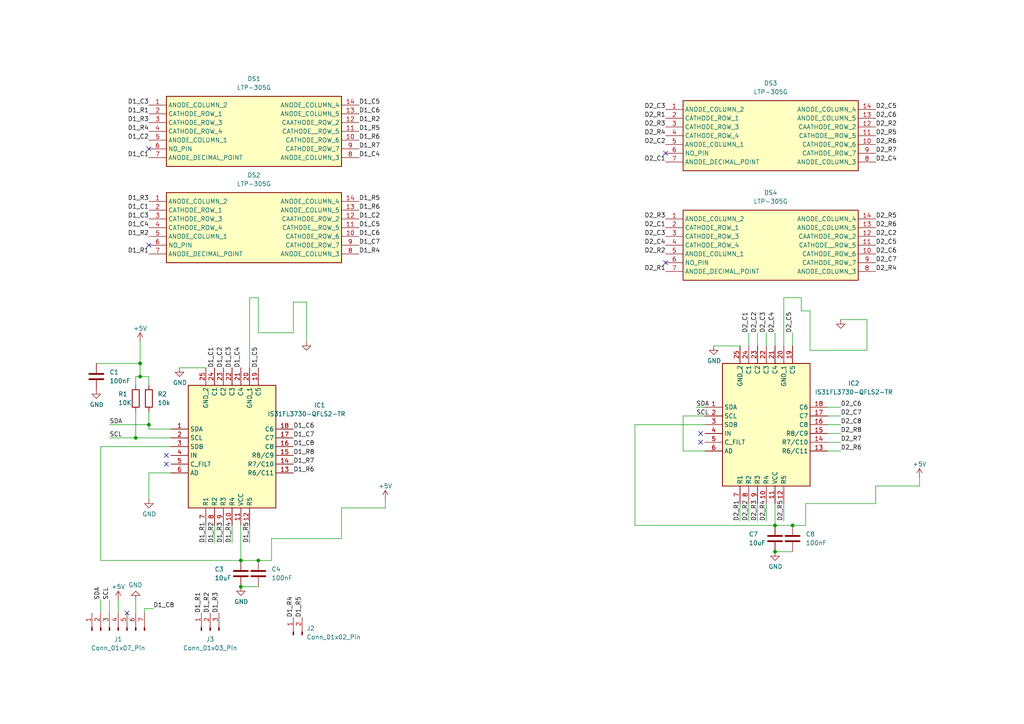
<source format=kicad_sch>
(kicad_sch (version 20250114) (generator "eeschema") (generator_version "9.0")
  (paper "A4")
  (lib_symbols
    (symbol "Connector:Conn_01x02_Pin" (pin_names (offset 1.016) (hide yes))
      (property "Reference" "J" (at 0 2.54 0))
      (property "Value" "Conn_01x02_Pin" (at 0 -5.08 0))
      (symbol "Conn_01x02_Pin_1_1"
        (rectangle (start 0.8636 0.127) (end 0 -0.127) (stroke (width 0.1524)) (fill (type outline)))
        (rectangle (start 0.8636 -2.413) (end 0 -2.667) (stroke (width 0.1524)) (fill (type outline)))
        (polyline (pts (xy 1.27 0) (xy 0.8636 0)) (stroke (width 0.1524)))
        (polyline (pts (xy 1.27 -2.54) (xy 0.8636 -2.54)) (stroke (width 0.1524)))
        (pin passive line (at 5.08 0 180) (length 3.81) (name "Pin_1") (number "1"))
        (pin passive line (at 5.08 -2.54 180) (length 3.81) (name "Pin_2") (number "2"))
      )
    )
    (symbol "Connector:Conn_01x03_Pin" (pin_names (offset 1.016) (hide yes))
      (property "Reference" "J" (at 0 5.08 0))
      (property "Value" "Conn_01x03_Pin" (at 0 -5.08 0))
      (symbol "Conn_01x03_Pin_1_1"
        (rectangle (start 0.8636 2.667) (end 0 2.413) (stroke (width 0.1524)) (fill (type outline)))
        (rectangle (start 0.8636 0.127) (end 0 -0.127) (stroke (width 0.1524)) (fill (type outline)))
        (rectangle (start 0.8636 -2.413) (end 0 -2.667) (stroke (width 0.1524)) (fill (type outline)))
        (polyline (pts (xy 1.27 2.54) (xy 0.8636 2.54)) (stroke (width 0.1524)))
        (polyline (pts (xy 1.27 0) (xy 0.8636 0)) (stroke (width 0.1524)))
        (polyline (pts (xy 1.27 -2.54) (xy 0.8636 -2.54)) (stroke (width 0.1524)))
        (pin passive line (at 5.08 2.54 180) (length 3.81) (name "Pin_1") (number "1"))
        (pin passive line (at 5.08 0 180) (length 3.81) (name "Pin_2") (number "2"))
        (pin passive line (at 5.08 -2.54 180) (length 3.81) (name "Pin_3") (number "3"))
      )
    )
    (symbol "Connector:Conn_01x07_Pin" (pin_names (offset 1.016) (hide yes))
      (property "Reference" "J" (at 0 10.16 0))
      (property "Value" "Conn_01x07_Pin" (at 0 -10.16 0))
      (symbol "Conn_01x07_Pin_1_1"
        (rectangle (start 0.8636 7.747) (end 0 7.493) (stroke (width 0.1524)) (fill (type outline)))
        (rectangle (start 0.8636 5.207) (end 0 4.953) (stroke (width 0.1524)) (fill (type outline)))
        (rectangle (start 0.8636 2.667) (end 0 2.413) (stroke (width 0.1524)) (fill (type outline)))
        (rectangle (start 0.8636 0.127) (end 0 -0.127) (stroke (width 0.1524)) (fill (type outline)))
        (rectangle (start 0.8636 -2.413) (end 0 -2.667) (stroke (width 0.1524)) (fill (type outline)))
        (rectangle (start 0.8636 -4.953) (end 0 -5.207) (stroke (width 0.1524)) (fill (type outline)))
        (rectangle (start 0.8636 -7.493) (end 0 -7.747) (stroke (width 0.1524)) (fill (type outline)))
        (polyline (pts (xy 1.27 7.62) (xy 0.8636 7.62)) (stroke (width 0.1524)))
        (polyline (pts (xy 1.27 5.08) (xy 0.8636 5.08)) (stroke (width 0.1524)))
        (polyline (pts (xy 1.27 2.54) (xy 0.8636 2.54)) (stroke (width 0.1524)))
        (polyline (pts (xy 1.27 0) (xy 0.8636 0)) (stroke (width 0.1524)))
        (polyline (pts (xy 1.27 -2.54) (xy 0.8636 -2.54)) (stroke (width 0.1524)))
        (polyline (pts (xy 1.27 -5.08) (xy 0.8636 -5.08)) (stroke (width 0.1524)))
        (polyline (pts (xy 1.27 -7.62) (xy 0.8636 -7.62)) (stroke (width 0.1524)))
        (pin passive line (at 5.08 7.62 180) (length 3.81) (name "Pin_1") (number "1"))
        (pin passive line (at 5.08 5.08 180) (length 3.81) (name "Pin_2") (number "2"))
        (pin passive line (at 5.08 2.54 180) (length 3.81) (name "Pin_3") (number "3"))
        (pin passive line (at 5.08 0 180) (length 3.81) (name "Pin_4") (number "4"))
        (pin passive line (at 5.08 -2.54 180) (length 3.81) (name "Pin_5") (number "5"))
        (pin passive line (at 5.08 -5.08 180) (length 3.81) (name "Pin_6") (number "6"))
        (pin passive line (at 5.08 -7.62 180) (length 3.81) (name "Pin_7") (number "7"))
      )
    )
    (symbol "Device:C" (pin_numbers (hide yes)) (pin_names (offset 0.254))
      (property "Reference" "C" (at 0.635 2.54 0))
      (property "Value" "C" (at 0.635 -2.54 0))
      (symbol "C_0_1"
        (polyline (pts (xy -2.032 0.762) (xy 2.032 0.762)) (stroke (width 0.508)))
        (polyline (pts (xy -2.032 -0.762) (xy 2.032 -0.762)) (stroke (width 0.508)))
      )
      (symbol "C_1_1"
        (pin passive line (at 0 3.81 270) (length 2.794) (name "~") (number "1"))
        (pin passive line (at 0 -3.81 90) (length 2.794) (name "~") (number "2"))
      )
    )
    (symbol "Device:R" (pin_numbers (hide yes)) (pin_names (offset 0))
      (property "Reference" "R" (at 2.032 0 90))
      (property "Value" "R" (at 0 0 90))
      (symbol "R_0_1"
        (rectangle (start -1.016 -2.54) (end 1.016 2.54) (stroke (width 0.254)))
      )
      (symbol "R_1_1"
        (pin passive line (at 0 3.81 270) (length 1.27) (name "~") (number "1"))
        (pin passive line (at 0 -3.81 90) (length 1.27) (name "~") (number "2"))
      )
    )
    (symbol "LTP-305G:IS31FL3730-QFLS2-TR"
      (property "Reference" "IC" (at 31.75 17.78 0))
      (property "Value" "IS31FL3730-QFLS2-TR" (at 31.75 15.24 0))
      (symbol "IS31FL3730-QFLS2-TR_1_1"
        (rectangle (start 5.08 12.7) (end 30.48 -22.86) (stroke (width 0.254)) (fill (type background)))
        (pin passive line (at 0 0 0) (length 5.08) (name "SDA") (number "1"))
        (pin passive line (at 0 -2.54 0) (length 5.08) (name "SCL") (number "2"))
        (pin passive line (at 0 -5.08 0) (length 5.08) (name "SDB") (number "3"))
        (pin passive line (at 0 -7.62 0) (length 5.08) (name "IN") (number "4"))
        (pin passive line (at 0 -10.16 0) (length 5.08) (name "C_FILT") (number "5"))
        (pin passive line (at 0 -12.7 0) (length 5.08) (name "AD") (number "6"))
        (pin passive line (at 10.16 17.78 270) (length 5.08) (name "GND_2") (number "25"))
        (pin passive line (at 10.16 -27.94 90) (length 5.08) (name "R1") (number "7"))
        (pin passive line (at 12.7 17.78 270) (length 5.08) (name "C1") (number "24"))
        (pin passive line (at 12.7 -27.94 90) (length 5.08) (name "R2") (number "8"))
        (pin passive line (at 15.24 17.78 270) (length 5.08) (name "C2") (number "23"))
        (pin passive line (at 15.24 -27.94 90) (length 5.08) (name "R3") (number "9"))
        (pin passive line (at 17.78 17.78 270) (length 5.08) (name "C3") (number "22"))
        (pin passive line (at 17.78 -27.94 90) (length 5.08) (name "R4") (number "10"))
        (pin passive line (at 20.32 17.78 270) (length 5.08) (name "C4") (number "21"))
        (pin passive line (at 20.32 -27.94 90) (length 5.08) (name "VCC") (number "11"))
        (pin passive line (at 22.86 17.78 270) (length 5.08) (name "GND_1") (number "20"))
        (pin passive line (at 22.86 -27.94 90) (length 5.08) (name "R5") (number "12"))
        (pin passive line (at 25.4 17.78 270) (length 5.08) (name "C5") (number "19"))
        (pin passive line (at 35.56 0 180) (length 5.08) (name "C6") (number "18"))
        (pin passive line (at 35.56 -2.54 180) (length 5.08) (name "C7") (number "17"))
        (pin passive line (at 35.56 -5.08 180) (length 5.08) (name "C8") (number "16"))
        (pin passive line (at 35.56 -7.62 180) (length 5.08) (name "R8/C9") (number "15"))
        (pin passive line (at 35.56 -10.16 180) (length 5.08) (name "R7/C10") (number "14"))
        (pin passive line (at 35.56 -12.7 180) (length 5.08) (name "R6/C11") (number "13"))
      )
    )
    (symbol "LTP-305G:LTP-305G"
      (property "Reference" "DS" (at 57.15 7.62 0))
      (property "Value" "LTP-305G" (at 57.15 5.08 0))
      (symbol "LTP-305G_1_1"
        (rectangle (start 5.08 2.54) (end 55.88 -17.78) (stroke (width 0.254)) (fill (type background)))
        (pin passive line (at 0 0 0) (length 5.08) (name "ANODE_COLUMN_2") (number "1"))
        (pin passive line (at 0 -2.54 0) (length 5.08) (name "CATHODE_ROW_1") (number "2"))
        (pin passive line (at 0 -5.08 0) (length 5.08) (name "CATHODE_ROW_3") (number "3"))
        (pin passive line (at 0 -7.62 0) (length 5.08) (name "CATHODE_ROW_4") (number "4"))
        (pin passive line (at 0 -10.16 0) (length 5.08) (name "ANODE_COLUMN_1") (number "5"))
        (pin passive line (at 0 -12.7 0) (length 5.08) (name "NO_PIN") (number "6"))
        (pin passive line (at 0 -15.24 0) (length 5.08) (name "ANODE_DECIMAL_POINT") (number "7"))
        (pin passive line (at 60.96 0 180) (length 5.08) (name "ANODE_COLUMN_4") (number "14"))
        (pin passive line (at 60.96 -2.54 180) (length 5.08) (name "ANODE_COLUMN_5") (number "13"))
        (pin passive line (at 60.96 -5.08 180) (length 5.08) (name "CAATHODE_ROW_2") (number "12"))
        (pin passive line (at 60.96 -7.62 180) (length 5.08) (name "CATHODE__ROW_5") (number "11"))
        (pin passive line (at 60.96 -10.16 180) (length 5.08) (name "CATHODE_ROW_6") (number "10"))
        (pin passive line (at 60.96 -12.7 180) (length 5.08) (name "CATHODE_ROW_7") (number "9"))
        (pin passive line (at 60.96 -15.24 180) (length 5.08) (name "ANODE_COLUMN_3") (number "8"))
      )
    )
    (symbol "power:+5V" (power) (pin_names (offset 0))
      (property "Value" "+5V" (at 0 3.556 0))
      (symbol "+5V_0_1"
        (polyline (pts (xy -0.762 1.27) (xy 0 2.54)))
        (polyline (pts (xy 0 2.54) (xy 0.762 1.27)))
        (polyline (pts (xy 0 0) (xy 0 2.54)))
      )
      (symbol "+5V_1_1"
        (pin power_in line (at 0 0 90) (length 0) (hide yes) (name "+5V") (number "1"))
      )
    )
    (symbol "power:GND" (power) (pin_names (offset 0))
      (property "Value" "GND" (at 0 -3.81 0))
      (symbol "GND_0_1"
        (polyline (pts (xy 0 0) (xy 0 -1.27) (xy 1.27 -1.27) (xy 0 -2.54) (xy -1.27 -1.27) (xy 0 -1.27)))
      )
      (symbol "GND_1_1"
        (pin power_in line (at 0 0 270) (length 0) (hide yes) (name "GND") (number "1"))
      )
    )
  )
  (junction (at 43.18 123.19))
  (junction (at 224.79 152.4))
  (junction (at 39.37 127))
  (junction (at 40.64 109.22))
  (junction (at 74.93 162.56))
  (junction (at 69.85 170.18))
  (junction (at 224.79 160.02))
  (junction (at 229.87 152.4))
  (junction (at 40.64 105.41))
  (junction (at 69.85 162.56))
  (no_connect (at 193.04 76.2))
  (no_connect (at 43.18 43.18))
  (no_connect (at 48.26 132.08))
  (no_connect (at 36.83 177.8))
  (no_connect (at 43.18 71.12))
  (no_connect (at 203.2 128.27))
  (no_connect (at 48.26 134.62))
  (no_connect (at 193.04 44.45))
  (no_connect (at 203.2 125.73))
  (wire (pts (xy 67.31 152.4) (xy 67.31 157.48)))
  (wire (pts (xy 99.06 147.32) (xy 99.06 156.21)))
  (wire (pts (xy 43.18 124.46) (xy 49.53 124.46)))
  (wire (pts (xy 44.45 176.53) (xy 41.91 176.53)))
  (wire (pts (xy 251.46 92.71) (xy 243.84 92.71)))
  (wire (pts (xy 78.74 156.21) (xy 78.74 162.56)))
  (wire (pts (xy 266.7 138.43) (xy 266.7 140.97)))
  (wire (pts (xy 43.18 137.16) (xy 43.18 144.78)))
  (wire (pts (xy 229.87 152.4) (xy 224.79 152.4)))
  (wire (pts (xy 43.18 123.19) (xy 43.18 124.46)))
  (wire (pts (xy 232.41 90.17) (xy 232.41 86.36)))
  (wire (pts (xy 40.64 105.41) (xy 40.64 109.22)))
  (wire (pts (xy 111.76 144.78) (xy 111.76 147.32)))
  (wire (pts (xy 52.07 106.68) (xy 59.69 106.68)))
  (wire (pts (xy 184.15 123.19) (xy 204.47 123.19)))
  (wire (pts (xy 62.23 152.4) (xy 62.23 157.48)))
  (wire (pts (xy 232.41 86.36) (xy 227.33 86.36)))
  (wire (pts (xy 227.33 86.36) (xy 227.33 100.33)))
  (wire (pts (xy 240.03 125.73) (xy 243.84 125.73)))
  (wire (pts (xy 229.87 152.4) (xy 233.68 152.4)))
  (wire (pts (xy 31.75 127) (xy 39.37 127)))
  (wire (pts (xy 254 140.97) (xy 266.7 140.97)))
  (wire (pts (xy 224.79 96.52) (xy 224.79 100.33)))
  (wire (pts (xy 59.69 152.4) (xy 59.69 157.48)))
  (wire (pts (xy 217.17 146.05) (xy 217.17 151.13)))
  (wire (pts (xy 198.12 120.65) (xy 198.12 130.81)))
  (wire (pts (xy 72.39 152.4) (xy 72.39 157.48)))
  (wire (pts (xy 214.63 146.05) (xy 214.63 151.13)))
  (wire (pts (xy 217.17 96.52) (xy 217.17 100.33)))
  (wire (pts (xy 29.21 162.56) (xy 69.85 162.56)))
  (wire (pts (xy 234.95 90.17) (xy 234.95 101.6)))
  (wire (pts (xy 240.03 123.19) (xy 243.84 123.19)))
  (wire (pts (xy 254 140.97) (xy 254 146.05)))
  (wire (pts (xy 43.18 109.22) (xy 40.64 109.22)))
  (wire (pts (xy 229.87 96.52) (xy 229.87 100.33)))
  (wire (pts (xy 198.12 120.65) (xy 204.47 120.65)))
  (wire (pts (xy 240.03 120.65) (xy 243.84 120.65)))
  (wire (pts (xy 39.37 173.99) (xy 39.37 177.8)))
  (wire (pts (xy 207.01 100.33) (xy 214.63 100.33)))
  (wire (pts (xy 41.91 176.53) (xy 41.91 177.8)))
  (wire (pts (xy 219.71 96.52) (xy 219.71 100.33)))
  (wire (pts (xy 27.94 105.41) (xy 40.64 105.41)))
  (wire (pts (xy 43.18 111.76) (xy 43.18 109.22)))
  (wire (pts (xy 64.77 152.4) (xy 64.77 157.48)))
  (wire (pts (xy 43.18 137.16) (xy 49.53 137.16)))
  (wire (pts (xy 233.68 146.05) (xy 254 146.05)))
  (wire (pts (xy 72.39 86.36) (xy 72.39 106.68)))
  (wire (pts (xy 201.93 118.11) (xy 204.47 118.11)))
  (wire (pts (xy 240.03 118.11) (xy 243.84 118.11)))
  (wire (pts (xy 240.03 128.27) (xy 243.84 128.27)))
  (wire (pts (xy 198.12 130.81) (xy 204.47 130.81)))
  (wire (pts (xy 88.9 87.63) (xy 88.9 99.06)))
  (wire (pts (xy 219.71 146.05) (xy 219.71 151.13)))
  (wire (pts (xy 74.93 162.56) (xy 69.85 162.56)))
  (wire (pts (xy 240.03 130.81) (xy 243.84 130.81)))
  (wire (pts (xy 227.33 146.05) (xy 227.33 151.13)))
  (wire (pts (xy 29.21 129.54) (xy 49.53 129.54)))
  (wire (pts (xy 78.74 156.21) (xy 99.06 156.21)))
  (wire (pts (xy 39.37 109.22) (xy 40.64 109.22)))
  (wire (pts (xy 74.93 86.36) (xy 72.39 86.36)))
  (wire (pts (xy 74.93 96.52) (xy 85.09 96.52)))
  (wire (pts (xy 85.09 87.63) (xy 88.9 87.63)))
  (wire (pts (xy 224.79 152.4) (xy 224.79 146.05)))
  (wire (pts (xy 233.68 146.05) (xy 233.68 152.4)))
  (wire (pts (xy 74.93 96.52) (xy 74.93 86.36)))
  (wire (pts (xy 31.75 173.99) (xy 31.75 177.8)))
  (wire (pts (xy 39.37 127) (xy 49.53 127)))
  (wire (pts (xy 69.85 152.4) (xy 69.85 162.56)))
  (wire (pts (xy 43.18 119.38) (xy 43.18 123.19)))
  (wire (pts (xy 29.21 173.99) (xy 29.21 177.8)))
  (wire (pts (xy 232.41 90.17) (xy 234.95 90.17)))
  (wire (pts (xy 85.09 96.52) (xy 85.09 87.63)))
  (wire (pts (xy 34.29 173.99) (xy 34.29 177.8)))
  (wire (pts (xy 39.37 111.76) (xy 39.37 109.22)))
  (wire (pts (xy 74.93 162.56) (xy 78.74 162.56)))
  (wire (pts (xy 184.15 123.19) (xy 184.15 152.4)))
  (wire (pts (xy 224.79 160.02) (xy 229.87 160.02)))
  (wire (pts (xy 40.64 99.06) (xy 40.64 105.41)))
  (wire (pts (xy 29.21 129.54) (xy 29.21 162.56)))
  (wire (pts (xy 39.37 119.38) (xy 39.37 127)))
  (wire (pts (xy 31.75 123.19) (xy 43.18 123.19)))
  (wire (pts (xy 184.15 152.4) (xy 224.79 152.4)))
  (wire (pts (xy 69.85 170.18) (xy 74.93 170.18)))
  (wire (pts (xy 251.46 101.6) (xy 251.46 92.71)))
  (wire (pts (xy 99.06 147.32) (xy 111.76 147.32)))
  (wire (pts (xy 234.95 101.6) (xy 251.46 101.6)))
  (wire (pts (xy 222.25 96.52) (xy 222.25 100.33)))
  (wire (pts (xy 222.25 146.05) (xy 222.25 151.13)))
  (label "D1_R6" (at 104.14 40.64 0))
  (label "D1_C5" (at 104.14 66.04 0))
  (label "D1_R6" (at 85.09 137.16 0))
  (label "D2_C4" (at 193.04 71.12 180))
  (label "SDA" (at 31.75 123.19 0))
  (label "D1_R2" (at 43.18 68.58 180))
  (label "D2_C6" (at 254 73.66 0))
  (label "D2_R1" (at 193.04 78.74 180))
  (label "D2_C6" (at 243.84 118.11 0))
  (label "D2_C5" (at 254 71.12 0))
  (label "D2_R4" (at 222.25 151.13 90))
  (label "D2_R3" (at 193.04 63.5 180))
  (label "D2_C5" (at 254 31.75 0))
  (label "D1_R4" (at 67.31 157.48 90))
  (label "D1_C4" (at 69.85 106.68 90))
  (label "D2_R2" (at 254 36.83 0))
  (label "D1_R1" (at 59.69 157.48 90))
  (label "D2_R2" (at 193.04 73.66 180))
  (label "D1_C3" (at 43.18 63.5 180))
  (label "D1_R3" (at 63.5 177.8 90))
  (label "D2_C2" (at 193.04 41.91 180))
  (label "D2_R1" (at 193.04 34.29 180))
  (label "D1_C3" (at 67.31 106.68 90))
  (label "D2_R8" (at 243.84 125.73 0))
  (label "D2_R2" (at 217.17 151.13 90))
  (label "D2_R5" (at 254 63.5 0))
  (label "D1_C5" (at 104.14 30.48 0))
  (label "D2_C2" (at 219.71 96.52 90))
  (label "D1_C8" (at 85.09 129.54 0))
  (label "SCL" (at 201.93 120.65 0))
  (label "D1_C3" (at 43.18 30.48 180))
  (label "D2_R6" (at 254 41.91 0))
  (label "D1_C2" (at 64.77 106.68 90))
  (label "D1_R1" (at 58.42 177.8 90))
  (label "D2_C8" (at 243.84 123.19 0))
  (label "D2_C2" (at 254 68.58 0))
  (label "D1_C7" (at 85.09 127 0))
  (label "D2_R3" (at 219.71 151.13 90))
  (label "D2_C4" (at 254 46.99 0))
  (label "D1_C5" (at 74.93 106.68 90))
  (label "D1_R2" (at 60.96 177.8 90))
  (label "D1_C1" (at 62.23 106.68 90))
  (label "D1_R7" (at 85.09 134.62 0))
  (label "D1_C1" (at 43.18 45.72 180))
  (label "SDA" (at 201.93 118.11 0))
  (label "D1_C6" (at 104.14 68.58 0))
  (label "SDA" (at 29.21 173.99 90))
  (label "D2_R3" (at 193.04 36.83 180))
  (label "D1_C2" (at 43.18 40.64 180))
  (label "D1_R5" (at 104.14 38.1 0))
  (label "D2_C4" (at 224.79 96.52 90))
  (label "D1_R4" (at 85.09 179.07 90))
  (label "D1_R4" (at 104.14 73.66 0))
  (label "D2_C7" (at 243.84 120.65 0))
  (label "D1_R4" (at 43.18 38.1 180))
  (label "D1_C4" (at 104.14 45.72 0))
  (label "D2_R4" (at 254 78.74 0))
  (label "D2_C1" (at 193.04 46.99 180))
  (label "D1_C1" (at 43.18 60.96 180))
  (label "D2_C1" (at 217.17 96.52 90))
  (label "D2_C3" (at 222.25 96.52 90))
  (label "D2_C5" (at 229.87 96.52 90))
  (label "D2_R5" (at 254 39.37 0))
  (label "D1_R5" (at 104.14 58.42 0))
  (label "D1_R2" (at 104.14 35.56 0))
  (label "D2_C3" (at 193.04 68.58 180))
  (label "D1_C4" (at 43.18 66.04 180))
  (label "D1_R3" (at 43.18 35.56 180))
  (label "D1_R1" (at 43.18 33.02 180))
  (label "D1_R5" (at 87.63 179.07 90))
  (label "D1_R5" (at 72.39 157.48 90))
  (label "D1_R3" (at 43.18 58.42 180))
  (label "D1_C8" (at 44.45 176.53 0))
  (label "D2_R7" (at 243.84 128.27 0))
  (label "D1_C6" (at 85.09 124.46 0))
  (label "SCL" (at 31.75 173.99 90))
  (label "D2_R6" (at 254 66.04 0))
  (label "D1_R2" (at 62.23 157.48 90))
  (label "D2_R5" (at 227.33 151.13 90))
  (label "D2_C6" (at 254 34.29 0))
  (label "D2_C1" (at 193.04 66.04 180))
  (label "D1_C2" (at 104.14 63.5 0))
  (label "SCL" (at 31.75 127 0))
  (label "D2_R1" (at 214.63 151.13 90))
  (label "D1_R7" (at 104.14 43.18 0))
  (label "D2_R6" (at 243.84 130.81 0))
  (label "D1_C6" (at 104.14 33.02 0))
  (label "D2_C3" (at 193.04 31.75 180))
  (label "D2_R7" (at 254 44.45 0))
  (label "D1_R1" (at 43.18 73.66 180))
  (label "D1_R8" (at 85.09 132.08 0))
  (label "D1_R3" (at 64.77 157.48 90))
  (label "D2_R4" (at 193.04 39.37 180))
  (label "D1_C7" (at 104.14 71.12 0))
  (label "D1_R6" (at 104.14 60.96 0))
  (label "D2_C7" (at 254 76.2 0))
  (symbol (lib_id "power:+5V") (at 40.64 99.06 0) (unit 1)
    (property "Reference" "#PWR014" (effects (hide yes)))
    (property "Value" "+5V" (at 40.64 95.25 0))
  )
  (symbol (lib_id "power:GND") (at 243.84 92.71 0) (unit 1)
    (property "Reference" "#PWR011" (effects (hide yes)))
    (property "Value" "GND" (effects (hide yes)))
  )
  (symbol (lib_id "Connector:Conn_01x03_Pin") (at 60.96 182.88 90) (unit 1)
    (property "Reference" "J3" (at 60.96 185.42 90))
    (property "Value" "Conn_01x03_Pin" (at 60.96 187.96 90))
    (property "Footprint" "Connector_PinHeader_2.54mm:PinHeader_1x03_P2.54mm_Vertical" (effects (hide yes)))
    (property "Description" "Generic connector, single row, 01x03, script generated" (effects (hide yes)))
  )
  (symbol (lib_id "power:+5V") (at 266.7 138.43 0) (unit 1)
    (property "Reference" "#PWR012" (effects (hide yes)))
    (property "Value" "+5V" (at 266.7 134.62 0))
  )
  (symbol (lib_id "power:GND") (at 224.79 160.02 0) (unit 1)
    (property "Reference" "#PWR010" (effects (hide yes)))
    (property "Value" "GND" (at 224.9043 164.3444 0))
  )
  (symbol (lib_id "power:GND") (at 39.37 173.99 180) (unit 1)
    (property "Reference" "#PWR015" (effects (hide yes)))
    (property "Value" "GND" (at 39.2557 169.6656 0))
  )
  (symbol (lib_id "power:GND") (at 27.94 113.03 0) (unit 1)
    (property "Reference" "#PWR01" (effects (hide yes)))
    (property "Value" "GND" (at 28.0543 117.3544 0))
  )
  (symbol (lib_id "power:GND") (at 43.18 144.78 0) (unit 1)
    (property "Reference" "#PWR02" (effects (hide yes)))
    (property "Value" "GND" (at 43.2943 149.1044 0))
  )
  (symbol (lib_id "LTP-305G:LTP-305G") (at 43.18 30.48 0) (unit 1)
    (property "Reference" "DS1" (at 73.66 22.86 0))
    (property "Value" "LTP-305G" (at 73.66 25.4 0))
    (property "Footprint" "Library:DIPS762W50P254L1850H400Q14N" (effects (hide yes)))
    (property "Datasheet" "https://media.digikey.com/pdf/Data%20Sheets/Lite-On%20PDFs/LTP-305G.pdf" (effects (hide yes)))
    (property "Height" "4" (effects (hide yes)))
    (property "Manufacturer_Name" "Lite-On" (effects (hide yes)))
    (property "Manufacturer_Part_Number" "LTP-305G" (effects (hide yes)))
    (property "Mouser Part Number" "859-LTP-305G" (effects (hide yes)))
    (property "Mouser Price/Stock" "https://www.mouser.co.uk/ProductDetail/Lite-On/LTP-305G?qs=gnaPJ2cis70tTyscg55DVQ%3D%3D" (effects (hide yes)))
    (property "Arrow Part Number" "LTP-305G" (effects (hide yes)))
    (property "Arrow Price/Stock" "https://www.arrow.com/en/products/ltp-305g/lite-on-technology?region=nac" (effects (hide yes)))
  )
  (symbol (lib_id "Device:R") (at 43.18 115.57 0) (unit 1)
    (property "Reference" "R2" (at 45.72 114.3 0) (effects (justify left)))
    (property "Value" "10k" (at 45.72 116.84 0) (effects (justify left)))
    (property "Footprint" "Resistor_SMD:R_0603_1608Metric_Pad0.98x0.95mm_HandSolder" (effects (hide yes)))
  )
  (symbol (lib_id "Device:C") (at 229.87 156.21 0) (unit 1)
    (property "Reference" "C8" (at 233.68 154.94 0) (effects (justify left)))
    (property "Value" "100nF" (at 233.68 157.48 0) (effects (justify left)))
    (property "Footprint" "Capacitor_SMD:C_0603_1608Metric_Pad1.08x0.95mm_HandSolder" (effects (hide yes)))
  )
  (symbol (lib_id "power:GND") (at 207.01 100.33 0) (unit 1)
    (property "Reference" "#PWR09" (effects (hide yes)))
    (property "Value" "GND" (at 207.1243 104.6544 0))
  )
  (symbol (lib_id "Device:C") (at 74.93 166.37 0) (unit 1)
    (property "Reference" "C4" (at 78.74 165.1 0) (effects (justify left)))
    (property "Value" "100nF" (at 78.74 167.64 0) (effects (justify left)))
    (property "Footprint" "Capacitor_SMD:C_0603_1608Metric_Pad1.08x0.95mm_HandSolder" (effects (hide yes)))
  )
  (symbol (lib_id "power:GND") (at 88.9 99.06 0) (unit 1)
    (property "Reference" "#PWR05" (effects (hide yes)))
    (property "Value" "GND" (effects (hide yes)))
  )
  (symbol (lib_id "Device:C") (at 27.94 109.22 0) (unit 1)
    (property "Reference" "C1" (at 31.75 107.95 0) (effects (justify left)))
    (property "Value" "100nF" (at 31.75 110.49 0) (effects (justify left)))
    (property "Footprint" "Capacitor_SMD:C_0603_1608Metric_Pad1.08x0.95mm_HandSolder" (effects (hide yes)))
  )
  (symbol (lib_id "power:GND") (at 69.85 170.18 0) (unit 1)
    (property "Reference" "#PWR04" (effects (hide yes)))
    (property "Value" "GND" (at 69.9643 174.5044 0))
  )
  (symbol (lib_id "Device:R") (at 39.37 115.57 0) (unit 1)
    (property "Reference" "R1" (at 34.29 114.3 0) (effects (justify left)))
    (property "Value" "10K" (at 34.29 116.84 0) (effects (justify left)))
    (property "Footprint" "Resistor_SMD:R_0603_1608Metric_Pad0.98x0.95mm_HandSolder" (effects (hide yes)))
  )
  (symbol (lib_id "power:+5V") (at 34.29 173.99 0) (unit 1)
    (property "Reference" "#PWR016" (effects (hide yes)))
    (property "Value" "+5V" (at 34.29 170.18 0))
  )
  (symbol (lib_id "LTP-305G:LTP-305G") (at 193.04 31.75 0) (unit 1)
    (property "Reference" "DS3" (at 223.52 24.13 0))
    (property "Value" "LTP-305G" (at 223.52 26.67 0))
    (property "Footprint" "Library:DIPS762W50P254L1850H400Q14N" (effects (hide yes)))
    (property "Datasheet" "https://media.digikey.com/pdf/Data%20Sheets/Lite-On%20PDFs/LTP-305G.pdf" (effects (hide yes)))
    (property "Height" "4" (effects (hide yes)))
    (property "Manufacturer_Name" "Lite-On" (effects (hide yes)))
    (property "Manufacturer_Part_Number" "LTP-305G" (effects (hide yes)))
    (property "Mouser Part Number" "859-LTP-305G" (effects (hide yes)))
    (property "Mouser Price/Stock" "https://www.mouser.co.uk/ProductDetail/Lite-On/LTP-305G?qs=gnaPJ2cis70tTyscg55DVQ%3D%3D" (effects (hide yes)))
    (property "Arrow Part Number" "LTP-305G" (effects (hide yes)))
    (property "Arrow Price/Stock" "https://www.arrow.com/en/products/ltp-305g/lite-on-technology?region=nac" (effects (hide yes)))
  )
  (symbol (lib_id "LTP-305G:IS31FL3730-QFLS2-TR") (at 204.47 118.11 0) (unit 1)
    (property "Reference" "IC2" (at 247.65 111.1819 0))
    (property "Value" "IS31FL3730-QFLS2-TR" (at 247.65 113.7219 0))
    (property "Footprint" "LTP-305G:QFN50P400X400X80-25N-D" (effects (hide yes)))
    (property "Datasheet" "https://datasheet.datasheetarchive.com/originals/distributors/Datasheets_SAMA/dda06efa2f4f978ba7f6756b4dc9018b.pdf" (effects (hide yes)))
    (property "Height" "0.8" (effects (hide yes)))
    (property "Manufacturer_Name" "Integrated Silicon Solution Inc." (effects (hide yes)))
    (property "Manufacturer_Part_Number" "IS31FL3730-QFLS2-TR" (effects (hide yes)))
    (property "Mouser Part Number" "870-IS31FL3730QFLS2R" (effects (hide yes)))
    (property "Mouser Price/Stock" "https://www.mouser.com/Search/Refine.aspx?Keyword=870-IS31FL3730QFLS2R" (effects (hide yes)))
    (property "Arrow Part Number" "IS31FL3730-QFLS2-TR" (effects (hide yes)))
    (property "Arrow Price/Stock" "https://www.arrow.com/en/products/is31fl3730-qfls2-tr/integrated-silicon-solution-inc" (effects (hide yes)))
  )
  (symbol (lib_id "Device:C") (at 224.79 156.21 0) (unit 1)
    (property "Reference" "C7" (at 217.17 154.94 0) (effects (justify left)))
    (property "Value" "10uF" (at 217.17 157.48 0) (effects (justify left)))
    (property "Footprint" "Capacitor_SMD:C_0805_2012Metric" (effects (hide yes)))
  )
  (symbol (lib_id "Connector:Conn_01x02_Pin") (at 85.09 184.15 90) (unit 1)
    (property "Reference" "J2" (at 88.9 182.2449 90) (effects (justify right)))
    (property "Value" "Conn_01x02_Pin" (at 88.9 184.7849 90) (effects (justify right)))
    (property "Footprint" "Connector_PinHeader_2.54mm:PinHeader_1x02_P2.54mm_Vertical" (effects (hide yes)))
    (property "Description" "Generic connector, single row, 01x02, script generated" (effects (hide yes)))
  )
  (symbol (lib_id "Connector:Conn_01x07_Pin") (at 34.29 182.88 90) (unit 1)
    (property "Reference" "J1" (at 34.29 185.42 90))
    (property "Value" "Conn_01x07_Pin" (at 34.29 187.96 90))
    (property "Footprint" "Connector_PinHeader_2.54mm:PinHeader_1x07_P2.54mm_Vertical" (effects (hide yes)))
    (property "Description" "Generic connector, single row, 01x07, script generated" (effects (hide yes)))
  )
  (symbol (lib_id "LTP-305G:IS31FL3730-QFLS2-TR") (at 49.53 124.46 0) (unit 1)
    (property "Reference" "IC1" (at 92.71 117.5319 0))
    (property "Value" "IS31FL3730-QFLS2-TR" (at 88.9 120.0719 0))
    (property "Footprint" "LTP-305G:QFN50P400X400X80-25N-D" (effects (hide yes)))
    (property "Datasheet" "https://datasheet.datasheetarchive.com/originals/distributors/Datasheets_SAMA/dda06efa2f4f978ba7f6756b4dc9018b.pdf" (effects (hide yes)))
    (property "Height" "0.8" (effects (hide yes)))
    (property "Manufacturer_Name" "Integrated Silicon Solution Inc." (effects (hide yes)))
    (property "Manufacturer_Part_Number" "IS31FL3730-QFLS2-TR" (effects (hide yes)))
    (property "Mouser Part Number" "870-IS31FL3730QFLS2R" (effects (hide yes)))
    (property "Mouser Price/Stock" "https://www.mouser.com/Search/Refine.aspx?Keyword=870-IS31FL3730QFLS2R" (effects (hide yes)))
    (property "Arrow Part Number" "IS31FL3730-QFLS2-TR" (effects (hide yes)))
    (property "Arrow Price/Stock" "https://www.arrow.com/en/products/is31fl3730-qfls2-tr/integrated-silicon-solution-inc" (effects (hide yes)))
  )
  (symbol (lib_id "LTP-305G:LTP-305G") (at 193.04 63.5 0) (unit 1)
    (property "Reference" "DS4" (at 223.52 55.88 0))
    (property "Value" "LTP-305G" (at 223.52 58.42 0))
    (property "Footprint" "Library:DIPS762W50P254L1850H400Q14N" (effects (hide yes)))
    (property "Datasheet" "https://media.digikey.com/pdf/Data%20Sheets/Lite-On%20PDFs/LTP-305G.pdf" (effects (hide yes)))
    (property "Height" "4" (effects (hide yes)))
    (property "Manufacturer_Name" "Lite-On" (effects (hide yes)))
    (property "Manufacturer_Part_Number" "LTP-305G" (effects (hide yes)))
    (property "Mouser Part Number" "859-LTP-305G" (effects (hide yes)))
    (property "Mouser Price/Stock" "https://www.mouser.co.uk/ProductDetail/Lite-On/LTP-305G?qs=gnaPJ2cis70tTyscg55DVQ%3D%3D" (effects (hide yes)))
    (property "Arrow Part Number" "LTP-305G" (effects (hide yes)))
    (property "Arrow Price/Stock" "https://www.arrow.com/en/products/ltp-305g/lite-on-technology?region=nac" (effects (hide yes)))
  )
  (symbol (lib_id "Device:C") (at 69.85 166.37 0) (unit 1)
    (property "Reference" "C3" (at 62.23 165.1 0) (effects (justify left)))
    (property "Value" "10uF" (at 62.23 167.64 0) (effects (justify left)))
    (property "Footprint" "Capacitor_SMD:C_0805_2012Metric" (effects (hide yes)))
  )
  (symbol (lib_id "power:+5V") (at 111.76 144.78 0) (unit 1)
    (property "Reference" "#PWR07" (effects (hide yes)))
    (property "Value" "+5V" (at 111.76 140.97 0))
  )
  (symbol (lib_id "power:GND") (at 52.07 106.68 0) (unit 1)
    (property "Reference" "#PWR03" (effects (hide yes)))
    (property "Value" "GND" (at 52.1843 111.0044 0))
  )
  (symbol (lib_id "LTP-305G:LTP-305G") (at 43.18 58.42 0) (unit 1)
    (property "Reference" "DS2" (at 73.66 50.8 0))
    (property "Value" "LTP-305G" (at 73.66 53.34 0))
    (property "Footprint" "Library:DIPS762W50P254L1850H400Q14N" (effects (hide yes)))
    (property "Datasheet" "https://media.digikey.com/pdf/Data%20Sheets/Lite-On%20PDFs/LTP-305G.pdf" (effects (hide yes)))
    (property "Height" "4" (effects (hide yes)))
    (property "Manufacturer_Name" "Lite-On" (effects (hide yes)))
    (property "Manufacturer_Part_Number" "LTP-305G" (effects (hide yes)))
    (property "Mouser Part Number" "859-LTP-305G" (effects (hide yes)))
    (property "Mouser Price/Stock" "https://www.mouser.co.uk/ProductDetail/Lite-On/LTP-305G?qs=gnaPJ2cis70tTyscg55DVQ%3D%3D" (effects (hide yes)))
    (property "Arrow Part Number" "LTP-305G" (effects (hide yes)))
    (property "Arrow Price/Stock" "https://www.arrow.com/en/products/ltp-305g/lite-on-technology?region=nac" (effects (hide yes)))
  )
)
</source>
